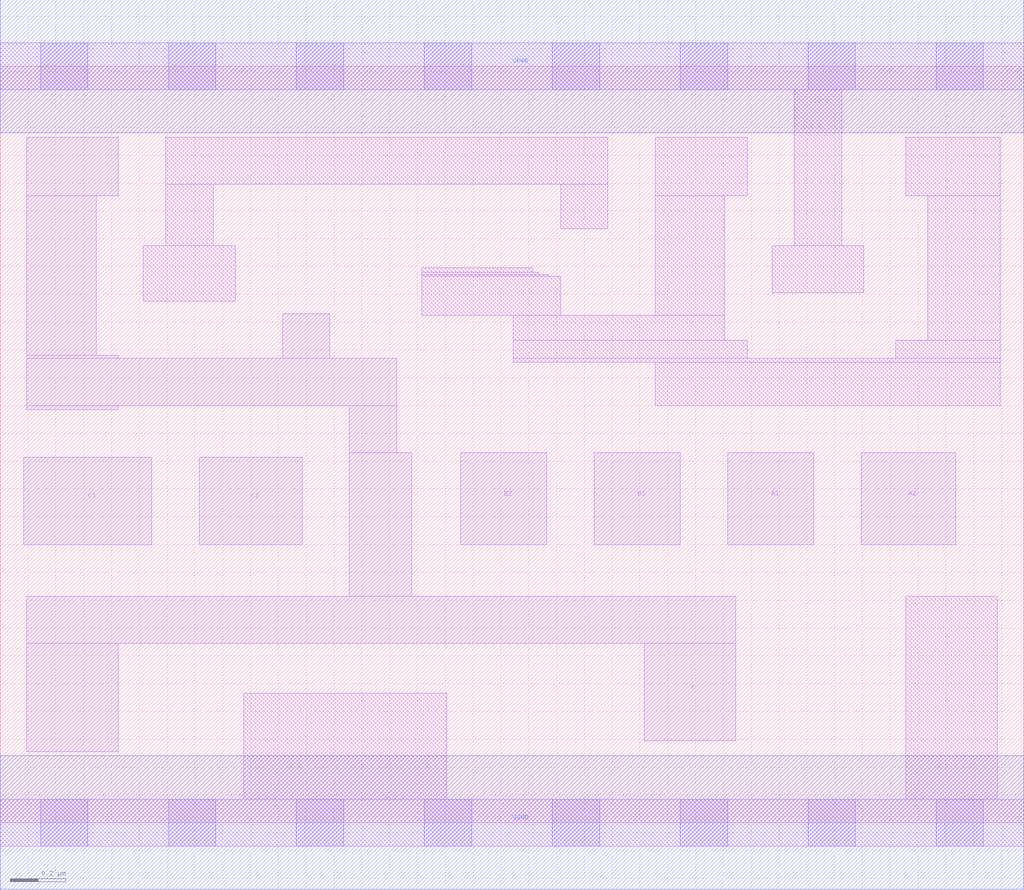
<source format=lef>
# Copyright 2020 The SkyWater PDK Authors
#
# Licensed under the Apache License, Version 2.0 (the "License");
# you may not use this file except in compliance with the License.
# You may obtain a copy of the License at
#
#     https://www.apache.org/licenses/LICENSE-2.0
#
# Unless required by applicable law or agreed to in writing, software
# distributed under the License is distributed on an "AS IS" BASIS,
# WITHOUT WARRANTIES OR CONDITIONS OF ANY KIND, either express or implied.
# See the License for the specific language governing permissions and
# limitations under the License.
#
# SPDX-License-Identifier: Apache-2.0

VERSION 5.7 ;
  NAMESCASESENSITIVE ON ;
  NOWIREEXTENSIONATPIN ON ;
  DIVIDERCHAR "/" ;
  BUSBITCHARS "[]" ;
UNITS
  DATABASE MICRONS 200 ;
END UNITS
MACRO sky130_fd_sc_hd__a222oi_1
  CLASS CORE ;
  FOREIGN sky130_fd_sc_hd__a222oi_1 ;
  ORIGIN  0.000000  0.000000 ;
  SIZE  3.680000 BY  2.720000 ;
  SYMMETRY X Y R90 ;
  SITE unithd ;
  PIN A1
    ANTENNAGATEAREA  0.246000 ;
    DIRECTION INPUT ;
    USE SIGNAL ;
    PORT
      LAYER li1 ;
        RECT 2.615000 1.000000 2.925000 1.330000 ;
    END
  END A1
  PIN A2
    ANTENNAGATEAREA  0.246000 ;
    DIRECTION INPUT ;
    USE SIGNAL ;
    PORT
      LAYER li1 ;
        RECT 3.095000 1.000000 3.435000 1.330000 ;
    END
  END A2
  PIN B1
    ANTENNAGATEAREA  0.246000 ;
    DIRECTION INPUT ;
    USE SIGNAL ;
    PORT
      LAYER li1 ;
        RECT 2.135000 1.000000 2.445000 1.330000 ;
    END
  END B1
  PIN B2
    ANTENNAGATEAREA  0.246000 ;
    DIRECTION INPUT ;
    USE SIGNAL ;
    PORT
      LAYER li1 ;
        RECT 1.655000 1.000000 1.965000 1.330000 ;
    END
  END B2
  PIN C1
    ANTENNAGATEAREA  0.246000 ;
    DIRECTION INPUT ;
    USE SIGNAL ;
    PORT
      LAYER li1 ;
        RECT 0.085000 1.000000 0.545000 1.315000 ;
    END
  END C1
  PIN C2
    ANTENNAGATEAREA  0.246000 ;
    DIRECTION INPUT ;
    USE SIGNAL ;
    PORT
      LAYER li1 ;
        RECT 0.715000 1.000000 1.085000 1.315000 ;
    END
  END C2
  PIN Y
    ANTENNADIFFAREA  0.897600 ;
    DIRECTION OUTPUT ;
    USE SIGNAL ;
    PORT
      LAYER li1 ;
        RECT 0.095000 0.255000 0.425000 0.645000 ;
        RECT 0.095000 0.645000 2.645000 0.815000 ;
        RECT 0.095000 1.485000 0.425000 1.500000 ;
        RECT 0.095000 1.500000 1.425000 1.670000 ;
        RECT 0.095000 1.670000 0.425000 1.680000 ;
        RECT 0.095000 1.680000 0.345000 2.255000 ;
        RECT 0.095000 2.255000 0.425000 2.465000 ;
        RECT 1.015000 1.670000 1.185000 1.830000 ;
        RECT 1.255000 0.815000 1.480000 1.330000 ;
        RECT 1.255000 1.330000 1.425000 1.500000 ;
        RECT 2.315000 0.295000 2.645000 0.645000 ;
    END
  END Y
  PIN VGND
    DIRECTION INOUT ;
    SHAPE ABUTMENT ;
    USE GROUND ;
    PORT
      LAYER met1 ;
        RECT 0.000000 -0.240000 3.680000 0.240000 ;
    END
  END VGND
  PIN VPWR
    DIRECTION INOUT ;
    SHAPE ABUTMENT ;
    USE POWER ;
    PORT
      LAYER met1 ;
        RECT 0.000000 2.480000 3.680000 2.960000 ;
    END
  END VPWR
  OBS
    LAYER li1 ;
      RECT 0.000000 -0.085000 3.680000 0.085000 ;
      RECT 0.000000  2.635000 3.680000 2.805000 ;
      RECT 0.515000  1.875000 0.845000 2.075000 ;
      RECT 0.595000  2.075000 0.765000 2.295000 ;
      RECT 0.595000  2.295000 2.185000 2.465000 ;
      RECT 0.875000  0.085000 1.605000 0.465000 ;
      RECT 1.515000  1.825000 2.015000 1.965000 ;
      RECT 1.515000  1.965000 1.970000 1.970000 ;
      RECT 1.515000  1.970000 1.935000 1.980000 ;
      RECT 1.515000  1.980000 1.915000 1.995000 ;
      RECT 1.845000  1.655000 3.595000 1.670000 ;
      RECT 1.845000  1.670000 2.685000 1.735000 ;
      RECT 1.845000  1.735000 2.605000 1.825000 ;
      RECT 2.015000  2.135000 2.185000 2.295000 ;
      RECT 2.355000  1.500000 3.595000 1.655000 ;
      RECT 2.355000  1.825000 2.605000 2.255000 ;
      RECT 2.355000  2.255000 2.685000 2.465000 ;
      RECT 2.775000  1.905000 3.105000 2.075000 ;
      RECT 2.855000  2.075000 3.025000 2.635000 ;
      RECT 3.220000  1.670000 3.595000 1.735000 ;
      RECT 3.255000  0.085000 3.585000 0.815000 ;
      RECT 3.255000  2.255000 3.595000 2.465000 ;
      RECT 3.335000  1.735000 3.595000 2.255000 ;
    LAYER mcon ;
      RECT 0.145000 -0.085000 0.315000 0.085000 ;
      RECT 0.145000  2.635000 0.315000 2.805000 ;
      RECT 0.605000 -0.085000 0.775000 0.085000 ;
      RECT 0.605000  2.635000 0.775000 2.805000 ;
      RECT 1.065000 -0.085000 1.235000 0.085000 ;
      RECT 1.065000  2.635000 1.235000 2.805000 ;
      RECT 1.525000 -0.085000 1.695000 0.085000 ;
      RECT 1.525000  2.635000 1.695000 2.805000 ;
      RECT 1.985000 -0.085000 2.155000 0.085000 ;
      RECT 1.985000  2.635000 2.155000 2.805000 ;
      RECT 2.445000 -0.085000 2.615000 0.085000 ;
      RECT 2.445000  2.635000 2.615000 2.805000 ;
      RECT 2.905000 -0.085000 3.075000 0.085000 ;
      RECT 2.905000  2.635000 3.075000 2.805000 ;
      RECT 3.365000 -0.085000 3.535000 0.085000 ;
      RECT 3.365000  2.635000 3.535000 2.805000 ;
  END
END sky130_fd_sc_hd__a222oi_1
END LIBRARY

</source>
